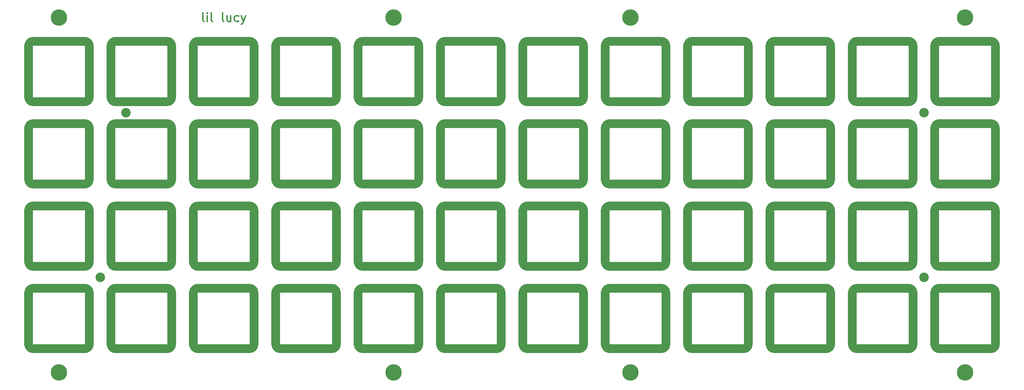
<source format=gbr>
G04 #@! TF.GenerationSoftware,KiCad,Pcbnew,(6.0.5-0)*
G04 #@! TF.CreationDate,2022-06-14T17:56:37-05:00*
G04 #@! TF.ProjectId,plate,706c6174-652e-46b6-9963-61645f706362,rev?*
G04 #@! TF.SameCoordinates,Original*
G04 #@! TF.FileFunction,Soldermask,Top*
G04 #@! TF.FilePolarity,Negative*
%FSLAX46Y46*%
G04 Gerber Fmt 4.6, Leading zero omitted, Abs format (unit mm)*
G04 Created by KiCad (PCBNEW (6.0.5-0)) date 2022-06-14 17:56:37*
%MOMM*%
%LPD*%
G01*
G04 APERTURE LIST*
%ADD10C,0.300000*%
%ADD11C,2.000000*%
%ADD12C,2.200000*%
%ADD13C,3.800000*%
G04 APERTURE END LIST*
D10*
X189500609Y-38409480D02*
X189310133Y-38314242D01*
X189214895Y-38123766D01*
X189214895Y-36409480D01*
X190262514Y-38409480D02*
X190262514Y-37076147D01*
X190262514Y-36409480D02*
X190167276Y-36504719D01*
X190262514Y-36599957D01*
X190357752Y-36504719D01*
X190262514Y-36409480D01*
X190262514Y-36599957D01*
X191500609Y-38409480D02*
X191310133Y-38314242D01*
X191214895Y-38123766D01*
X191214895Y-36409480D01*
X194072038Y-38409480D02*
X193881561Y-38314242D01*
X193786323Y-38123766D01*
X193786323Y-36409480D01*
X195691085Y-37076147D02*
X195691085Y-38409480D01*
X194833942Y-37076147D02*
X194833942Y-38123766D01*
X194929180Y-38314242D01*
X195119657Y-38409480D01*
X195405371Y-38409480D01*
X195595847Y-38314242D01*
X195691085Y-38219004D01*
X197500609Y-38314242D02*
X197310133Y-38409480D01*
X196929180Y-38409480D01*
X196738704Y-38314242D01*
X196643466Y-38219004D01*
X196548228Y-38028528D01*
X196548228Y-37457099D01*
X196643466Y-37266623D01*
X196738704Y-37171385D01*
X196929180Y-37076147D01*
X197310133Y-37076147D01*
X197500609Y-37171385D01*
X198167276Y-37076147D02*
X198643466Y-38409480D01*
X199119657Y-37076147D02*
X198643466Y-38409480D01*
X198452990Y-38885671D01*
X198357752Y-38980909D01*
X198167276Y-39076147D01*
D11*
X148972530Y-56006460D02*
X148972530Y-44006460D01*
X162972530Y-44006460D02*
X162972530Y-56006460D01*
X161972530Y-43006460D02*
X149972530Y-43006460D01*
X149972530Y-57006460D02*
X161972530Y-57006460D01*
X162972530Y-44006460D02*
G75*
G03*
X161972530Y-43006460I-1000000J0D01*
G01*
X148972530Y-56006460D02*
G75*
G03*
X149972530Y-57006460I999999J-1D01*
G01*
X149972530Y-43006460D02*
G75*
G03*
X148972530Y-44006460I-1J-999999D01*
G01*
X161972530Y-57006460D02*
G75*
G03*
X162972530Y-56006460I0J1000000D01*
G01*
X168022610Y-56006460D02*
X168022610Y-44006460D01*
X182022610Y-44006460D02*
X182022610Y-56006460D01*
X181022610Y-43006460D02*
X169022610Y-43006460D01*
X169022610Y-57006460D02*
X181022610Y-57006460D01*
X169022610Y-43006460D02*
G75*
G03*
X168022610Y-44006460I-1J-999999D01*
G01*
X182022610Y-44006460D02*
G75*
G03*
X181022610Y-43006460I-1000000J0D01*
G01*
X168022610Y-56006460D02*
G75*
G03*
X169022610Y-57006460I999999J-1D01*
G01*
X181022610Y-57006460D02*
G75*
G03*
X182022610Y-56006460I0J1000000D01*
G01*
X200072690Y-43006460D02*
X188072690Y-43006460D01*
X201072690Y-44006460D02*
X201072690Y-56006460D01*
X188072690Y-57006460D02*
X200072690Y-57006460D01*
X187072690Y-56006460D02*
X187072690Y-44006460D01*
X201072690Y-44006460D02*
G75*
G03*
X200072690Y-43006460I-1000000J0D01*
G01*
X200072690Y-57006460D02*
G75*
G03*
X201072690Y-56006460I0J1000000D01*
G01*
X188072690Y-43006460D02*
G75*
G03*
X187072690Y-44006460I-1J-999999D01*
G01*
X187072690Y-56006460D02*
G75*
G03*
X188072690Y-57006460I999999J-1D01*
G01*
X206122770Y-56006460D02*
X206122770Y-44006460D01*
X219122770Y-43006460D02*
X207122770Y-43006460D01*
X220122770Y-44006460D02*
X220122770Y-56006460D01*
X207122770Y-57006460D02*
X219122770Y-57006460D01*
X219122770Y-57006460D02*
G75*
G03*
X220122770Y-56006460I0J1000000D01*
G01*
X206122770Y-56006460D02*
G75*
G03*
X207122770Y-57006460I999999J-1D01*
G01*
X220122770Y-44006460D02*
G75*
G03*
X219122770Y-43006460I-1000000J0D01*
G01*
X207122770Y-43006460D02*
G75*
G03*
X206122770Y-44006460I-1J-999999D01*
G01*
X226172850Y-57006460D02*
X238172850Y-57006460D01*
X225172850Y-56006460D02*
X225172850Y-44006460D01*
X239172850Y-44006460D02*
X239172850Y-56006460D01*
X238172850Y-43006460D02*
X226172850Y-43006460D01*
X225172850Y-56006460D02*
G75*
G03*
X226172850Y-57006460I999999J-1D01*
G01*
X226172850Y-43006460D02*
G75*
G03*
X225172850Y-44006460I-1J-999999D01*
G01*
X238172850Y-57006460D02*
G75*
G03*
X239172850Y-56006460I0J1000000D01*
G01*
X239172850Y-44006460D02*
G75*
G03*
X238172850Y-43006460I-1000000J0D01*
G01*
X321423250Y-57006460D02*
X333423250Y-57006460D01*
X334423250Y-44006460D02*
X334423250Y-56006460D01*
X320423250Y-56006460D02*
X320423250Y-44006460D01*
X333423250Y-43006460D02*
X321423250Y-43006460D01*
X333423250Y-57006460D02*
G75*
G03*
X334423250Y-56006460I0J1000000D01*
G01*
X320423250Y-56006460D02*
G75*
G03*
X321423250Y-57006460I999999J-1D01*
G01*
X334423250Y-44006460D02*
G75*
G03*
X333423250Y-43006460I-1000000J0D01*
G01*
X321423250Y-43006460D02*
G75*
G03*
X320423250Y-44006460I-1J-999999D01*
G01*
X352473330Y-43006460D02*
X340473330Y-43006460D01*
X340473330Y-57006460D02*
X352473330Y-57006460D01*
X353473330Y-44006460D02*
X353473330Y-56006460D01*
X339473330Y-56006460D02*
X339473330Y-44006460D01*
X339473330Y-56006460D02*
G75*
G03*
X340473330Y-57006460I999999J-1D01*
G01*
X340473330Y-43006460D02*
G75*
G03*
X339473330Y-44006460I-1J-999999D01*
G01*
X353473330Y-44006460D02*
G75*
G03*
X352473330Y-43006460I-1000000J0D01*
G01*
X352473330Y-57006460D02*
G75*
G03*
X353473330Y-56006460I0J1000000D01*
G01*
X148972530Y-75056540D02*
X148972530Y-63056540D01*
X162972530Y-63056540D02*
X162972530Y-75056540D01*
X149972530Y-76056540D02*
X161972530Y-76056540D01*
X161972530Y-62056540D02*
X149972530Y-62056540D01*
X148972530Y-75056540D02*
G75*
G03*
X149972530Y-76056540I999999J-1D01*
G01*
X161972530Y-76056540D02*
G75*
G03*
X162972530Y-75056540I0J1000000D01*
G01*
X149972530Y-62056540D02*
G75*
G03*
X148972530Y-63056540I-1J-999999D01*
G01*
X162972530Y-63056540D02*
G75*
G03*
X161972530Y-62056540I-1000000J0D01*
G01*
X201072690Y-63056540D02*
X201072690Y-75056540D01*
X200072690Y-62056540D02*
X188072690Y-62056540D01*
X187072690Y-75056540D02*
X187072690Y-63056540D01*
X188072690Y-76056540D02*
X200072690Y-76056540D01*
X201072690Y-63056540D02*
G75*
G03*
X200072690Y-62056540I-1000000J0D01*
G01*
X187072690Y-75056540D02*
G75*
G03*
X188072690Y-76056540I999999J-1D01*
G01*
X188072690Y-62056540D02*
G75*
G03*
X187072690Y-63056540I-1J-999999D01*
G01*
X200072690Y-76056540D02*
G75*
G03*
X201072690Y-75056540I0J1000000D01*
G01*
X239172850Y-63056540D02*
X239172850Y-75056540D01*
X225172850Y-75056540D02*
X225172850Y-63056540D01*
X238172850Y-62056540D02*
X226172850Y-62056540D01*
X226172850Y-76056540D02*
X238172850Y-76056540D01*
X239172850Y-63056540D02*
G75*
G03*
X238172850Y-62056540I-1000000J0D01*
G01*
X238172850Y-76056540D02*
G75*
G03*
X239172850Y-75056540I0J1000000D01*
G01*
X225172850Y-75056540D02*
G75*
G03*
X226172850Y-76056540I999999J-1D01*
G01*
X226172850Y-62056540D02*
G75*
G03*
X225172850Y-63056540I-1J-999999D01*
G01*
X244222930Y-75056540D02*
X244222930Y-63056540D01*
X245222930Y-76056540D02*
X257222930Y-76056540D01*
X258222930Y-63056540D02*
X258222930Y-75056540D01*
X257222930Y-62056540D02*
X245222930Y-62056540D01*
X258222930Y-63056540D02*
G75*
G03*
X257222930Y-62056540I-1000000J0D01*
G01*
X245222930Y-62056540D02*
G75*
G03*
X244222930Y-63056540I-1J-999999D01*
G01*
X257222930Y-76056540D02*
G75*
G03*
X258222930Y-75056540I0J1000000D01*
G01*
X244222930Y-75056540D02*
G75*
G03*
X245222930Y-76056540I999999J-1D01*
G01*
X277273010Y-63056540D02*
X277273010Y-75056540D01*
X264273010Y-76056540D02*
X276273010Y-76056540D01*
X263273010Y-75056540D02*
X263273010Y-63056540D01*
X276273010Y-62056540D02*
X264273010Y-62056540D01*
X276273010Y-76056540D02*
G75*
G03*
X277273010Y-75056540I0J1000000D01*
G01*
X264273010Y-62056540D02*
G75*
G03*
X263273010Y-63056540I-1J-999999D01*
G01*
X263273010Y-75056540D02*
G75*
G03*
X264273010Y-76056540I999999J-1D01*
G01*
X277273010Y-63056540D02*
G75*
G03*
X276273010Y-62056540I-1000000J0D01*
G01*
X283323090Y-76056540D02*
X295323090Y-76056540D01*
X295323090Y-62056540D02*
X283323090Y-62056540D01*
X296323090Y-63056540D02*
X296323090Y-75056540D01*
X282323090Y-75056540D02*
X282323090Y-63056540D01*
X296323090Y-63056540D02*
G75*
G03*
X295323090Y-62056540I-1000000J0D01*
G01*
X295323090Y-76056540D02*
G75*
G03*
X296323090Y-75056540I0J1000000D01*
G01*
X283323090Y-62056540D02*
G75*
G03*
X282323090Y-63056540I-1J-999999D01*
G01*
X282323090Y-75056540D02*
G75*
G03*
X283323090Y-76056540I999999J-1D01*
G01*
X315373170Y-63056540D02*
X315373170Y-75056540D01*
X301373170Y-75056540D02*
X301373170Y-63056540D01*
X302373170Y-76056540D02*
X314373170Y-76056540D01*
X314373170Y-62056540D02*
X302373170Y-62056540D01*
X301373170Y-75056540D02*
G75*
G03*
X302373170Y-76056540I999999J-1D01*
G01*
X314373170Y-76056540D02*
G75*
G03*
X315373170Y-75056540I0J1000000D01*
G01*
X315373170Y-63056540D02*
G75*
G03*
X314373170Y-62056540I-1000000J0D01*
G01*
X302373170Y-62056540D02*
G75*
G03*
X301373170Y-63056540I-1J-999999D01*
G01*
X321423250Y-76056540D02*
X333423250Y-76056540D01*
X333423250Y-62056540D02*
X321423250Y-62056540D01*
X320423250Y-75056540D02*
X320423250Y-63056540D01*
X334423250Y-63056540D02*
X334423250Y-75056540D01*
X333423250Y-76056540D02*
G75*
G03*
X334423250Y-75056540I0J1000000D01*
G01*
X320423250Y-75056540D02*
G75*
G03*
X321423250Y-76056540I999999J-1D01*
G01*
X334423250Y-63056540D02*
G75*
G03*
X333423250Y-62056540I-1000000J0D01*
G01*
X321423250Y-62056540D02*
G75*
G03*
X320423250Y-63056540I-1J-999999D01*
G01*
X339473330Y-75056540D02*
X339473330Y-63056540D01*
X353473330Y-63056540D02*
X353473330Y-75056540D01*
X340473330Y-76056540D02*
X352473330Y-76056540D01*
X352473330Y-62056540D02*
X340473330Y-62056540D01*
X339473330Y-75056540D02*
G75*
G03*
X340473330Y-76056540I999999J-1D01*
G01*
X340473330Y-62056540D02*
G75*
G03*
X339473330Y-63056540I-1J-999999D01*
G01*
X353473330Y-63056540D02*
G75*
G03*
X352473330Y-62056540I-1000000J0D01*
G01*
X352473330Y-76056540D02*
G75*
G03*
X353473330Y-75056540I0J1000000D01*
G01*
X371523410Y-62056540D02*
X359523410Y-62056540D01*
X372523410Y-63056540D02*
X372523410Y-75056540D01*
X358523410Y-75056540D02*
X358523410Y-63056540D01*
X359523410Y-76056540D02*
X371523410Y-76056540D01*
X358523410Y-75056540D02*
G75*
G03*
X359523410Y-76056540I999999J-1D01*
G01*
X372523410Y-63056540D02*
G75*
G03*
X371523410Y-62056540I-1000000J0D01*
G01*
X359523410Y-62056540D02*
G75*
G03*
X358523410Y-63056540I-1J-999999D01*
G01*
X371523410Y-76056540D02*
G75*
G03*
X372523410Y-75056540I0J1000000D01*
G01*
X149972530Y-95106620D02*
X161972530Y-95106620D01*
X162972530Y-82106620D02*
X162972530Y-94106620D01*
X161972530Y-81106620D02*
X149972530Y-81106620D01*
X148972530Y-94106620D02*
X148972530Y-82106620D01*
X149972530Y-81106620D02*
G75*
G03*
X148972530Y-82106620I-1J-999999D01*
G01*
X162972530Y-82106620D02*
G75*
G03*
X161972530Y-81106620I-1000000J0D01*
G01*
X148972530Y-94106620D02*
G75*
G03*
X149972530Y-95106620I999999J-1D01*
G01*
X161972530Y-95106620D02*
G75*
G03*
X162972530Y-94106620I0J1000000D01*
G01*
X181022610Y-81106620D02*
X169022610Y-81106620D01*
X182022610Y-82106620D02*
X182022610Y-94106620D01*
X168022610Y-94106620D02*
X168022610Y-82106620D01*
X169022610Y-95106620D02*
X181022610Y-95106620D01*
X181022610Y-95106620D02*
G75*
G03*
X182022610Y-94106620I0J1000000D01*
G01*
X168022610Y-94106620D02*
G75*
G03*
X169022610Y-95106620I999999J-1D01*
G01*
X182022610Y-82106620D02*
G75*
G03*
X181022610Y-81106620I-1000000J0D01*
G01*
X169022610Y-81106620D02*
G75*
G03*
X168022610Y-82106620I-1J-999999D01*
G01*
X200072690Y-81106620D02*
X188072690Y-81106620D01*
X188072690Y-95106620D02*
X200072690Y-95106620D01*
X201072690Y-82106620D02*
X201072690Y-94106620D01*
X187072690Y-94106620D02*
X187072690Y-82106620D01*
X188072690Y-81106620D02*
G75*
G03*
X187072690Y-82106620I-1J-999999D01*
G01*
X187072690Y-94106620D02*
G75*
G03*
X188072690Y-95106620I999999J-1D01*
G01*
X200072690Y-95106620D02*
G75*
G03*
X201072690Y-94106620I0J1000000D01*
G01*
X201072690Y-82106620D02*
G75*
G03*
X200072690Y-81106620I-1000000J0D01*
G01*
X207122770Y-95106620D02*
X219122770Y-95106620D01*
X206122770Y-94106620D02*
X206122770Y-82106620D01*
X219122770Y-81106620D02*
X207122770Y-81106620D01*
X220122770Y-82106620D02*
X220122770Y-94106620D01*
X220122770Y-82106620D02*
G75*
G03*
X219122770Y-81106620I-1000000J0D01*
G01*
X206122770Y-94106620D02*
G75*
G03*
X207122770Y-95106620I999999J-1D01*
G01*
X207122770Y-81106620D02*
G75*
G03*
X206122770Y-82106620I-1J-999999D01*
G01*
X219122770Y-95106620D02*
G75*
G03*
X220122770Y-94106620I0J1000000D01*
G01*
X226172850Y-95106620D02*
X238172850Y-95106620D01*
X225172850Y-94106620D02*
X225172850Y-82106620D01*
X239172850Y-82106620D02*
X239172850Y-94106620D01*
X238172850Y-81106620D02*
X226172850Y-81106620D01*
X226172850Y-81106620D02*
G75*
G03*
X225172850Y-82106620I-1J-999999D01*
G01*
X238172850Y-95106620D02*
G75*
G03*
X239172850Y-94106620I0J1000000D01*
G01*
X225172850Y-94106620D02*
G75*
G03*
X226172850Y-95106620I999999J-1D01*
G01*
X239172850Y-82106620D02*
G75*
G03*
X238172850Y-81106620I-1000000J0D01*
G01*
X258222930Y-82106620D02*
X258222930Y-94106620D01*
X245222930Y-95106620D02*
X257222930Y-95106620D01*
X257222930Y-81106620D02*
X245222930Y-81106620D01*
X244222930Y-94106620D02*
X244222930Y-82106620D01*
X258222930Y-82106620D02*
G75*
G03*
X257222930Y-81106620I-1000000J0D01*
G01*
X257222930Y-95106620D02*
G75*
G03*
X258222930Y-94106620I0J1000000D01*
G01*
X245222930Y-81106620D02*
G75*
G03*
X244222930Y-82106620I-1J-999999D01*
G01*
X244222930Y-94106620D02*
G75*
G03*
X245222930Y-95106620I999999J-1D01*
G01*
X263273010Y-94106620D02*
X263273010Y-82106620D01*
X264273010Y-95106620D02*
X276273010Y-95106620D01*
X277273010Y-82106620D02*
X277273010Y-94106620D01*
X276273010Y-81106620D02*
X264273010Y-81106620D01*
X277273010Y-82106620D02*
G75*
G03*
X276273010Y-81106620I-1000000J0D01*
G01*
X264273010Y-81106620D02*
G75*
G03*
X263273010Y-82106620I-1J-999999D01*
G01*
X276273010Y-95106620D02*
G75*
G03*
X277273010Y-94106620I0J1000000D01*
G01*
X263273010Y-94106620D02*
G75*
G03*
X264273010Y-95106620I999999J-1D01*
G01*
X295323090Y-81106620D02*
X283323090Y-81106620D01*
X282323090Y-94106620D02*
X282323090Y-82106620D01*
X296323090Y-82106620D02*
X296323090Y-94106620D01*
X283323090Y-95106620D02*
X295323090Y-95106620D01*
X282323090Y-94106620D02*
G75*
G03*
X283323090Y-95106620I999999J-1D01*
G01*
X296323090Y-82106620D02*
G75*
G03*
X295323090Y-81106620I-1000000J0D01*
G01*
X295323090Y-95106620D02*
G75*
G03*
X296323090Y-94106620I0J1000000D01*
G01*
X283323090Y-81106620D02*
G75*
G03*
X282323090Y-82106620I-1J-999999D01*
G01*
X314373170Y-81106620D02*
X302373170Y-81106620D01*
X302373170Y-95106620D02*
X314373170Y-95106620D01*
X301373170Y-94106620D02*
X301373170Y-82106620D01*
X315373170Y-82106620D02*
X315373170Y-94106620D01*
X314373170Y-95106620D02*
G75*
G03*
X315373170Y-94106620I0J1000000D01*
G01*
X301373170Y-94106620D02*
G75*
G03*
X302373170Y-95106620I999999J-1D01*
G01*
X302373170Y-81106620D02*
G75*
G03*
X301373170Y-82106620I-1J-999999D01*
G01*
X315373170Y-82106620D02*
G75*
G03*
X314373170Y-81106620I-1000000J0D01*
G01*
X320423250Y-94106620D02*
X320423250Y-82106620D01*
X321423250Y-95106620D02*
X333423250Y-95106620D01*
X334423250Y-82106620D02*
X334423250Y-94106620D01*
X333423250Y-81106620D02*
X321423250Y-81106620D01*
X320423250Y-94106620D02*
G75*
G03*
X321423250Y-95106620I999999J-1D01*
G01*
X334423250Y-82106620D02*
G75*
G03*
X333423250Y-81106620I-1000000J0D01*
G01*
X333423250Y-95106620D02*
G75*
G03*
X334423250Y-94106620I0J1000000D01*
G01*
X321423250Y-81106620D02*
G75*
G03*
X320423250Y-82106620I-1J-999999D01*
G01*
X353473330Y-82106620D02*
X353473330Y-94106620D01*
X352473330Y-81106620D02*
X340473330Y-81106620D01*
X340473330Y-95106620D02*
X352473330Y-95106620D01*
X339473330Y-94106620D02*
X339473330Y-82106620D01*
X339473330Y-94106620D02*
G75*
G03*
X340473330Y-95106620I999999J-1D01*
G01*
X353473330Y-82106620D02*
G75*
G03*
X352473330Y-81106620I-1000000J0D01*
G01*
X340473330Y-81106620D02*
G75*
G03*
X339473330Y-82106620I-1J-999999D01*
G01*
X352473330Y-95106620D02*
G75*
G03*
X353473330Y-94106620I0J1000000D01*
G01*
X359523410Y-95106620D02*
X371523410Y-95106620D01*
X372523410Y-82106620D02*
X372523410Y-94106620D01*
X371523410Y-81106620D02*
X359523410Y-81106620D01*
X358523410Y-94106620D02*
X358523410Y-82106620D01*
X371523410Y-95106620D02*
G75*
G03*
X372523410Y-94106620I0J1000000D01*
G01*
X359523410Y-81106620D02*
G75*
G03*
X358523410Y-82106620I-1J-999999D01*
G01*
X372523410Y-82106620D02*
G75*
G03*
X371523410Y-81106620I-1000000J0D01*
G01*
X358523410Y-94106620D02*
G75*
G03*
X359523410Y-95106620I999999J-1D01*
G01*
X181022610Y-100156700D02*
X169022610Y-100156700D01*
X182022610Y-101156700D02*
X182022610Y-113156700D01*
X168022610Y-113156700D02*
X168022610Y-101156700D01*
X169022610Y-114156700D02*
X181022610Y-114156700D01*
X182022610Y-101156700D02*
G75*
G03*
X181022610Y-100156700I-1000000J0D01*
G01*
X168022610Y-113156700D02*
G75*
G03*
X169022610Y-114156700I999999J-1D01*
G01*
X181022610Y-114156700D02*
G75*
G03*
X182022610Y-113156700I0J1000000D01*
G01*
X169022610Y-100156700D02*
G75*
G03*
X168022610Y-101156700I-1J-999999D01*
G01*
X200072690Y-100156700D02*
X188072690Y-100156700D01*
X188072690Y-114156700D02*
X200072690Y-114156700D01*
X201072690Y-101156700D02*
X201072690Y-113156700D01*
X187072690Y-113156700D02*
X187072690Y-101156700D01*
X188072690Y-100156700D02*
G75*
G03*
X187072690Y-101156700I-1J-999999D01*
G01*
X187072690Y-113156700D02*
G75*
G03*
X188072690Y-114156700I999999J-1D01*
G01*
X201072690Y-101156700D02*
G75*
G03*
X200072690Y-100156700I-1000000J0D01*
G01*
X200072690Y-114156700D02*
G75*
G03*
X201072690Y-113156700I0J1000000D01*
G01*
X206122770Y-113156700D02*
X206122770Y-101156700D01*
X219122770Y-100156700D02*
X207122770Y-100156700D01*
X220122770Y-101156700D02*
X220122770Y-113156700D01*
X207122770Y-114156700D02*
X219122770Y-114156700D01*
X219122770Y-114156700D02*
G75*
G03*
X220122770Y-113156700I0J1000000D01*
G01*
X220122770Y-101156700D02*
G75*
G03*
X219122770Y-100156700I-1000000J0D01*
G01*
X206122770Y-113156700D02*
G75*
G03*
X207122770Y-114156700I999999J-1D01*
G01*
X207122770Y-100156700D02*
G75*
G03*
X206122770Y-101156700I-1J-999999D01*
G01*
X225172850Y-113156700D02*
X225172850Y-101156700D01*
X226172850Y-114156700D02*
X238172850Y-114156700D01*
X238172850Y-100156700D02*
X226172850Y-100156700D01*
X239172850Y-101156700D02*
X239172850Y-113156700D01*
X225172850Y-113156700D02*
G75*
G03*
X226172850Y-114156700I999999J-1D01*
G01*
X238172850Y-114156700D02*
G75*
G03*
X239172850Y-113156700I0J1000000D01*
G01*
X239172850Y-101156700D02*
G75*
G03*
X238172850Y-100156700I-1000000J0D01*
G01*
X226172850Y-100156700D02*
G75*
G03*
X225172850Y-101156700I-1J-999999D01*
G01*
X257222930Y-100156700D02*
X245222930Y-100156700D01*
X258222930Y-101156700D02*
X258222930Y-113156700D01*
X245222930Y-114156700D02*
X257222930Y-114156700D01*
X244222930Y-113156700D02*
X244222930Y-101156700D01*
X257222930Y-114156700D02*
G75*
G03*
X258222930Y-113156700I0J1000000D01*
G01*
X258222930Y-101156700D02*
G75*
G03*
X257222930Y-100156700I-1000000J0D01*
G01*
X244222930Y-113156700D02*
G75*
G03*
X245222930Y-114156700I999999J-1D01*
G01*
X245222930Y-100156700D02*
G75*
G03*
X244222930Y-101156700I-1J-999999D01*
G01*
X263273010Y-113156700D02*
X263273010Y-101156700D01*
X264273010Y-114156700D02*
X276273010Y-114156700D01*
X277273010Y-101156700D02*
X277273010Y-113156700D01*
X276273010Y-100156700D02*
X264273010Y-100156700D01*
X276273010Y-114156700D02*
G75*
G03*
X277273010Y-113156700I0J1000000D01*
G01*
X277273010Y-101156700D02*
G75*
G03*
X276273010Y-100156700I-1000000J0D01*
G01*
X264273010Y-100156700D02*
G75*
G03*
X263273010Y-101156700I-1J-999999D01*
G01*
X263273010Y-113156700D02*
G75*
G03*
X264273010Y-114156700I999999J-1D01*
G01*
X296323090Y-101156700D02*
X296323090Y-113156700D01*
X283323090Y-114156700D02*
X295323090Y-114156700D01*
X295323090Y-100156700D02*
X283323090Y-100156700D01*
X282323090Y-113156700D02*
X282323090Y-101156700D01*
X282323090Y-113156700D02*
G75*
G03*
X283323090Y-114156700I999999J-1D01*
G01*
X283323090Y-100156700D02*
G75*
G03*
X282323090Y-101156700I-1J-999999D01*
G01*
X295323090Y-114156700D02*
G75*
G03*
X296323090Y-113156700I0J1000000D01*
G01*
X296323090Y-101156700D02*
G75*
G03*
X295323090Y-100156700I-1000000J0D01*
G01*
X301373170Y-113156700D02*
X301373170Y-101156700D01*
X315373170Y-101156700D02*
X315373170Y-113156700D01*
X302373170Y-114156700D02*
X314373170Y-114156700D01*
X314373170Y-100156700D02*
X302373170Y-100156700D01*
X301373170Y-113156700D02*
G75*
G03*
X302373170Y-114156700I999999J-1D01*
G01*
X302373170Y-100156700D02*
G75*
G03*
X301373170Y-101156700I-1J-999999D01*
G01*
X314373170Y-114156700D02*
G75*
G03*
X315373170Y-113156700I0J1000000D01*
G01*
X315373170Y-101156700D02*
G75*
G03*
X314373170Y-100156700I-1000000J0D01*
G01*
X334423250Y-101156700D02*
X334423250Y-113156700D01*
X333423250Y-100156700D02*
X321423250Y-100156700D01*
X320423250Y-113156700D02*
X320423250Y-101156700D01*
X321423250Y-114156700D02*
X333423250Y-114156700D01*
X333423250Y-114156700D02*
G75*
G03*
X334423250Y-113156700I0J1000000D01*
G01*
X334423250Y-101156700D02*
G75*
G03*
X333423250Y-100156700I-1000000J0D01*
G01*
X321423250Y-100156700D02*
G75*
G03*
X320423250Y-101156700I-1J-999999D01*
G01*
X320423250Y-113156700D02*
G75*
G03*
X321423250Y-114156700I999999J-1D01*
G01*
X339473330Y-113160000D02*
X339473330Y-101160000D01*
X340473330Y-114160000D02*
X352473330Y-114160000D01*
X353473330Y-101160000D02*
X353473330Y-113160000D01*
X352473330Y-100160000D02*
X340473330Y-100160000D01*
X353473330Y-101160000D02*
G75*
G03*
X352473330Y-100160000I-1000000J0D01*
G01*
X339473330Y-113160000D02*
G75*
G03*
X340473330Y-114160000I999999J-1D01*
G01*
X352473330Y-114160000D02*
G75*
G03*
X353473330Y-113160000I0J1000000D01*
G01*
X340473330Y-100160000D02*
G75*
G03*
X339473330Y-101160000I-1J-999999D01*
G01*
X372523410Y-101156700D02*
X372523410Y-113156700D01*
X358523410Y-113156700D02*
X358523410Y-101156700D01*
X371523410Y-100156700D02*
X359523410Y-100156700D01*
X359523410Y-114156700D02*
X371523410Y-114156700D01*
X358523410Y-113156700D02*
G75*
G03*
X359523410Y-114156700I999999J-1D01*
G01*
X371523410Y-114156700D02*
G75*
G03*
X372523410Y-113156700I0J1000000D01*
G01*
X372523410Y-101156700D02*
G75*
G03*
X371523410Y-100156700I-1000000J0D01*
G01*
X359523410Y-100156700D02*
G75*
G03*
X358523410Y-101156700I-1J-999999D01*
G01*
X161972530Y-100156700D02*
X149972530Y-100156700D01*
X148972530Y-113156700D02*
X148972530Y-101156700D01*
X162972530Y-101156700D02*
X162972530Y-113156700D01*
X149972530Y-114156700D02*
X161972530Y-114156700D01*
X162972530Y-101156700D02*
G75*
G03*
X161972530Y-100156700I-1000000J0D01*
G01*
X149972530Y-100156700D02*
G75*
G03*
X148972530Y-101156700I-1J-999999D01*
G01*
X148972530Y-113156700D02*
G75*
G03*
X149972530Y-114156700I999999J-1D01*
G01*
X161972530Y-114156700D02*
G75*
G03*
X162972530Y-113156700I0J1000000D01*
G01*
X181022610Y-62056540D02*
X169022610Y-62056540D01*
X169022610Y-76056540D02*
X181022610Y-76056540D01*
X182022610Y-63056540D02*
X182022610Y-75056540D01*
X168022610Y-75056540D02*
X168022610Y-63056540D01*
X181022610Y-76056540D02*
G75*
G03*
X182022610Y-75056540I0J1000000D01*
G01*
X182022610Y-63056540D02*
G75*
G03*
X181022610Y-62056540I-1000000J0D01*
G01*
X168022610Y-75056540D02*
G75*
G03*
X169022610Y-76056540I999999J-1D01*
G01*
X169022610Y-62056540D02*
G75*
G03*
X168022610Y-63056540I-1J-999999D01*
G01*
X358523410Y-56006460D02*
X358523410Y-44006460D01*
X371523410Y-43006460D02*
X359523410Y-43006460D01*
X372523410Y-44006460D02*
X372523410Y-56006460D01*
X359523410Y-57006460D02*
X371523410Y-57006460D01*
X372523410Y-44006460D02*
G75*
G03*
X371523410Y-43006460I-1000000J0D01*
G01*
X359523410Y-43006460D02*
G75*
G03*
X358523410Y-44006460I-1J-999999D01*
G01*
X371523410Y-57006460D02*
G75*
G03*
X372523410Y-56006460I0J1000000D01*
G01*
X358523410Y-56006460D02*
G75*
G03*
X359523410Y-57006460I999999J-1D01*
G01*
X206122770Y-75056540D02*
X206122770Y-63056540D01*
X219122770Y-62056540D02*
X207122770Y-62056540D01*
X207122770Y-76056540D02*
X219122770Y-76056540D01*
X220122770Y-63056540D02*
X220122770Y-75056540D01*
X219122770Y-76056540D02*
G75*
G03*
X220122770Y-75056540I0J1000000D01*
G01*
X220122770Y-63056540D02*
G75*
G03*
X219122770Y-62056540I-1000000J0D01*
G01*
X207122770Y-62056540D02*
G75*
G03*
X206122770Y-63056540I-1J-999999D01*
G01*
X206122770Y-75056540D02*
G75*
G03*
X207122770Y-76056540I999999J-1D01*
G01*
X257223314Y-43006460D02*
X245223314Y-43006460D01*
X244223314Y-56006460D02*
X244223314Y-44006460D01*
X245223314Y-57006460D02*
X257223314Y-57006460D01*
X258223314Y-44006460D02*
X258223314Y-56006460D01*
X258223314Y-44006460D02*
G75*
G03*
X257223314Y-43006460I-1000000J0D01*
G01*
X244223314Y-56006460D02*
G75*
G03*
X245223314Y-57006460I999999J-1D01*
G01*
X245223314Y-43006460D02*
G75*
G03*
X244223314Y-44006460I-1J-999999D01*
G01*
X257223314Y-57006460D02*
G75*
G03*
X258223314Y-56006460I0J1000000D01*
G01*
X263273330Y-56006460D02*
X263273330Y-44006460D01*
X277273330Y-44006460D02*
X277273330Y-56006460D01*
X276273330Y-43006460D02*
X264273330Y-43006460D01*
X264273330Y-57006460D02*
X276273330Y-57006460D01*
X277273330Y-44006460D02*
G75*
G03*
X276273330Y-43006460I-1000000J0D01*
G01*
X264273330Y-43006460D02*
G75*
G03*
X263273330Y-44006460I-1J-999999D01*
G01*
X276273330Y-57006460D02*
G75*
G03*
X277273330Y-56006460I0J1000000D01*
G01*
X263273330Y-56006460D02*
G75*
G03*
X264273330Y-57006460I999999J-1D01*
G01*
X296323346Y-44006460D02*
X296323346Y-56006460D01*
X295323346Y-43006460D02*
X283323346Y-43006460D01*
X283323346Y-57006460D02*
X295323346Y-57006460D01*
X282323346Y-56006460D02*
X282323346Y-44006460D01*
X295323346Y-57006460D02*
G75*
G03*
X296323346Y-56006460I0J1000000D01*
G01*
X296323346Y-44006460D02*
G75*
G03*
X295323346Y-43006460I-1000000J0D01*
G01*
X282323346Y-56006460D02*
G75*
G03*
X283323346Y-57006460I999999J-1D01*
G01*
X283323346Y-43006460D02*
G75*
G03*
X282323346Y-44006460I-1J-999999D01*
G01*
X315373362Y-44006460D02*
X315373362Y-56006460D01*
X301373362Y-56006460D02*
X301373362Y-44006460D01*
X314373362Y-43006460D02*
X302373362Y-43006460D01*
X302373362Y-57006460D02*
X314373362Y-57006460D01*
X302373362Y-43006460D02*
G75*
G03*
X301373362Y-44006460I-1J-999999D01*
G01*
X314373362Y-57006460D02*
G75*
G03*
X315373362Y-56006460I0J1000000D01*
G01*
X315373362Y-44006460D02*
G75*
G03*
X314373362Y-43006460I-1000000J0D01*
G01*
X301373362Y-56006460D02*
G75*
G03*
X302373362Y-57006460I999999J-1D01*
G01*
D12*
X355997174Y-97631332D03*
X165497014Y-97631332D03*
X355997174Y-59531300D03*
X171450144Y-59531300D03*
D13*
X365520998Y-119657745D03*
X288130308Y-119657745D03*
X233362696Y-119657745D03*
X155972006Y-119657745D03*
X365520998Y-37504539D03*
X288130308Y-37504539D03*
X233362696Y-37504719D03*
X155972006Y-37504719D03*
M02*

</source>
